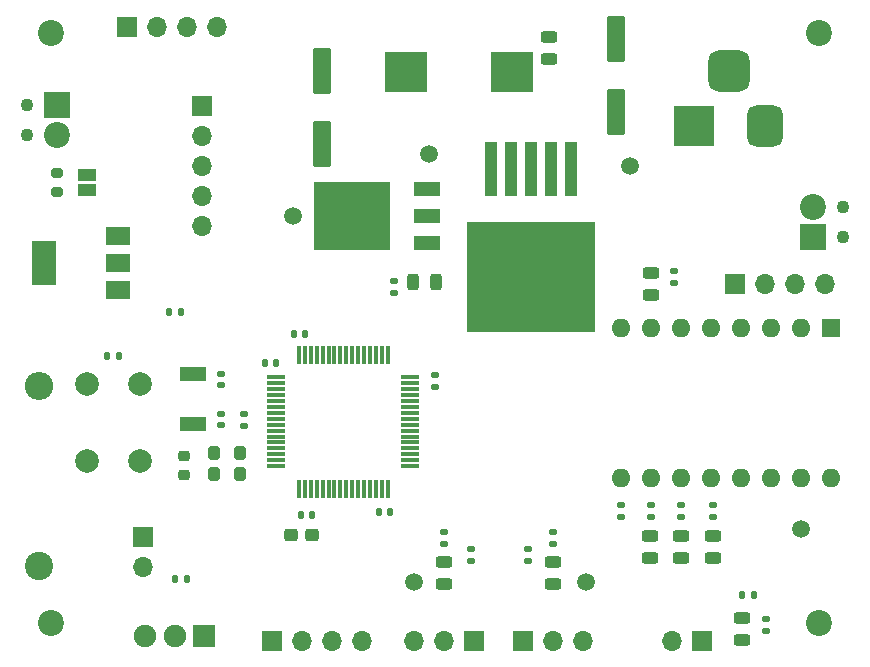
<source format=gbr>
%TF.GenerationSoftware,KiCad,Pcbnew,6.0.10-86aedd382b~118~ubuntu22.10.1*%
%TF.CreationDate,2023-02-13T13:29:29-05:00*%
%TF.ProjectId,WerfenMc_power_edit,57657266-656e-44d6-935f-706f7765725f,rev?*%
%TF.SameCoordinates,Original*%
%TF.FileFunction,Soldermask,Top*%
%TF.FilePolarity,Negative*%
%FSLAX46Y46*%
G04 Gerber Fmt 4.6, Leading zero omitted, Abs format (unit mm)*
G04 Created by KiCad (PCBNEW 6.0.10-86aedd382b~118~ubuntu22.10.1) date 2023-02-13 13:29:29*
%MOMM*%
%LPD*%
G01*
G04 APERTURE LIST*
G04 Aperture macros list*
%AMRoundRect*
0 Rectangle with rounded corners*
0 $1 Rounding radius*
0 $2 $3 $4 $5 $6 $7 $8 $9 X,Y pos of 4 corners*
0 Add a 4 corners polygon primitive as box body*
4,1,4,$2,$3,$4,$5,$6,$7,$8,$9,$2,$3,0*
0 Add four circle primitives for the rounded corners*
1,1,$1+$1,$2,$3*
1,1,$1+$1,$4,$5*
1,1,$1+$1,$6,$7*
1,1,$1+$1,$8,$9*
0 Add four rect primitives between the rounded corners*
20,1,$1+$1,$2,$3,$4,$5,0*
20,1,$1+$1,$4,$5,$6,$7,0*
20,1,$1+$1,$6,$7,$8,$9,0*
20,1,$1+$1,$8,$9,$2,$3,0*%
G04 Aperture macros list end*
%ADD10R,3.556000X3.505200*%
%ADD11RoundRect,0.135000X-0.185000X0.135000X-0.185000X-0.135000X0.185000X-0.135000X0.185000X0.135000X0*%
%ADD12RoundRect,0.250000X0.275000X-0.312500X0.275000X0.312500X-0.275000X0.312500X-0.275000X-0.312500X0*%
%ADD13C,1.500000*%
%ADD14RoundRect,0.135000X0.185000X-0.135000X0.185000X0.135000X-0.185000X0.135000X-0.185000X-0.135000X0*%
%ADD15R,1.700000X1.700000*%
%ADD16O,1.700000X1.700000*%
%ADD17RoundRect,0.243750X0.456250X-0.243750X0.456250X0.243750X-0.456250X0.243750X-0.456250X-0.243750X0*%
%ADD18C,1.100000*%
%ADD19R,2.200000X2.200000*%
%ADD20C,2.200000*%
%ADD21RoundRect,0.243750X-0.456250X0.243750X-0.456250X-0.243750X0.456250X-0.243750X0.456250X0.243750X0*%
%ADD22RoundRect,0.140000X0.140000X0.170000X-0.140000X0.170000X-0.140000X-0.170000X0.140000X-0.170000X0*%
%ADD23R,2.000000X1.500000*%
%ADD24R,2.000000X3.800000*%
%ADD25RoundRect,0.075000X-0.700000X-0.075000X0.700000X-0.075000X0.700000X0.075000X-0.700000X0.075000X0*%
%ADD26RoundRect,0.075000X-0.075000X-0.700000X0.075000X-0.700000X0.075000X0.700000X-0.075000X0.700000X0*%
%ADD27RoundRect,0.140000X-0.170000X0.140000X-0.170000X-0.140000X0.170000X-0.140000X0.170000X0.140000X0*%
%ADD28RoundRect,0.250000X0.312500X0.275000X-0.312500X0.275000X-0.312500X-0.275000X0.312500X-0.275000X0*%
%ADD29RoundRect,0.135000X-0.135000X-0.185000X0.135000X-0.185000X0.135000X0.185000X-0.135000X0.185000X0*%
%ADD30C,2.400000*%
%ADD31O,2.400000X2.400000*%
%ADD32RoundRect,0.218750X-0.256250X0.218750X-0.256250X-0.218750X0.256250X-0.218750X0.256250X0.218750X0*%
%ADD33RoundRect,0.243750X0.243750X0.456250X-0.243750X0.456250X-0.243750X-0.456250X0.243750X-0.456250X0*%
%ADD34RoundRect,0.135000X0.135000X0.185000X-0.135000X0.185000X-0.135000X-0.185000X0.135000X-0.185000X0*%
%ADD35R,1.100000X4.600000*%
%ADD36R,10.800000X9.400000*%
%ADD37R,2.200000X1.200000*%
%ADD38R,6.400000X5.800000*%
%ADD39RoundRect,0.250000X0.550000X-1.712500X0.550000X1.712500X-0.550000X1.712500X-0.550000X-1.712500X0*%
%ADD40R,1.600000X1.600000*%
%ADD41O,1.600000X1.600000*%
%ADD42RoundRect,0.250000X-0.550000X1.712500X-0.550000X-1.712500X0.550000X-1.712500X0.550000X1.712500X0*%
%ADD43RoundRect,0.140000X0.170000X-0.140000X0.170000X0.140000X-0.170000X0.140000X-0.170000X-0.140000X0*%
%ADD44R,3.500000X3.500000*%
%ADD45RoundRect,0.750000X0.750000X1.000000X-0.750000X1.000000X-0.750000X-1.000000X0.750000X-1.000000X0*%
%ADD46RoundRect,0.875000X0.875000X0.875000X-0.875000X0.875000X-0.875000X-0.875000X0.875000X-0.875000X0*%
%ADD47R,2.200000X1.300000*%
%ADD48R,1.900000X1.900000*%
%ADD49C,1.900000*%
%ADD50RoundRect,0.200000X-0.275000X0.200000X-0.275000X-0.200000X0.275000X-0.200000X0.275000X0.200000X0*%
%ADD51C,2.000000*%
%ADD52RoundRect,0.140000X-0.140000X-0.170000X0.140000X-0.170000X0.140000X0.170000X-0.140000X0.170000X0*%
%ADD53R,1.500000X1.000000*%
G04 APERTURE END LIST*
D10*
%TO.C,L1*%
X66025000Y-32800000D03*
X74975000Y-32800000D03*
%TD*%
D11*
%TO.C,R5*%
X92000000Y-69490000D03*
X92000000Y-70510000D03*
%TD*%
D12*
%TO.C,C2*%
X49750000Y-66887500D03*
X49750000Y-65112500D03*
%TD*%
D13*
%TO.C,TP8*%
X67950000Y-39800000D03*
%TD*%
D14*
%TO.C,R8*%
X84250000Y-70510000D03*
X84250000Y-69490000D03*
%TD*%
%TO.C,R10*%
X96500000Y-80113641D03*
X96500000Y-79093641D03*
%TD*%
D15*
%TO.C,S2*%
X75975000Y-81000000D03*
D16*
X78515000Y-81000000D03*
X81055000Y-81000000D03*
%TD*%
D15*
%TO.C,J1*%
X93900000Y-50800000D03*
D16*
X96440000Y-50800000D03*
X98980000Y-50800000D03*
X101520000Y-50800000D03*
%TD*%
D17*
%TO.C,D2*%
X89300000Y-73937500D03*
X89300000Y-72062500D03*
%TD*%
D18*
%TO.C,D9*%
X33960000Y-35600000D03*
X33960000Y-38140000D03*
D19*
X36500000Y-35600000D03*
D20*
X36500000Y-38140000D03*
%TD*%
D15*
%TO.C,Q1*%
X43776453Y-72206402D03*
D16*
X43776453Y-74746402D03*
%TD*%
D13*
%TO.C,TP1*%
X99500000Y-71500000D03*
%TD*%
D21*
%TO.C,D5*%
X94500000Y-79062500D03*
X94500000Y-80937500D03*
%TD*%
D22*
%TO.C,C16*%
X55030000Y-57450000D03*
X54070000Y-57450000D03*
%TD*%
D20*
%TO.C,H2*%
X101000000Y-79500000D03*
%TD*%
D23*
%TO.C,Q2*%
X41650000Y-51300000D03*
X41650000Y-49000000D03*
X41650000Y-46700000D03*
D24*
X35350000Y-49000000D03*
%TD*%
D25*
%TO.C,U1*%
X55045200Y-58683200D03*
X55045200Y-59183200D03*
X55045200Y-59683200D03*
X55045200Y-60183200D03*
X55045200Y-60683200D03*
X55045200Y-61183200D03*
X55045200Y-61683200D03*
X55045200Y-62183200D03*
X55045200Y-62683200D03*
X55045200Y-63183200D03*
X55045200Y-63683200D03*
X55045200Y-64183200D03*
X55045200Y-64683200D03*
X55045200Y-65183200D03*
X55045200Y-65683200D03*
X55045200Y-66183200D03*
D26*
X56970200Y-68108200D03*
X57470200Y-68108200D03*
X57970200Y-68108200D03*
X58470200Y-68108200D03*
X58970200Y-68108200D03*
X59470200Y-68108200D03*
X59970200Y-68108200D03*
X60470200Y-68108200D03*
X60970200Y-68108200D03*
X61470200Y-68108200D03*
X61970200Y-68108200D03*
X62470200Y-68108200D03*
X62970200Y-68108200D03*
X63470200Y-68108200D03*
X63970200Y-68108200D03*
X64470200Y-68108200D03*
D25*
X66395200Y-66183200D03*
X66395200Y-65683200D03*
X66395200Y-65183200D03*
X66395200Y-64683200D03*
X66395200Y-64183200D03*
X66395200Y-63683200D03*
X66395200Y-63183200D03*
X66395200Y-62683200D03*
X66395200Y-62183200D03*
X66395200Y-61683200D03*
X66395200Y-61183200D03*
X66395200Y-60683200D03*
X66395200Y-60183200D03*
X66395200Y-59683200D03*
X66395200Y-59183200D03*
X66395200Y-58683200D03*
D26*
X64470200Y-56758200D03*
X63970200Y-56758200D03*
X63470200Y-56758200D03*
X62970200Y-56758200D03*
X62470200Y-56758200D03*
X61970200Y-56758200D03*
X61470200Y-56758200D03*
X60970200Y-56758200D03*
X60470200Y-56758200D03*
X59970200Y-56758200D03*
X59470200Y-56758200D03*
X58970200Y-56758200D03*
X58470200Y-56758200D03*
X57970200Y-56758200D03*
X57470200Y-56758200D03*
X56970200Y-56758200D03*
%TD*%
D17*
%TO.C,D8*%
X78100000Y-31750000D03*
X78100000Y-29875000D03*
%TD*%
D27*
%TO.C,C10*%
X50350000Y-61750000D03*
X50350000Y-62710000D03*
%TD*%
D14*
%TO.C,R17*%
X88750000Y-50702718D03*
X88750000Y-49682718D03*
%TD*%
D12*
%TO.C,C1*%
X52000000Y-66887500D03*
X52000000Y-65112500D03*
%TD*%
D11*
%TO.C,R3*%
X86750000Y-69490000D03*
X86750000Y-70510000D03*
%TD*%
D18*
%TO.C,J6*%
X103000000Y-44230000D03*
X103000000Y-46770000D03*
D19*
X100460000Y-46770000D03*
D20*
X100460000Y-44230000D03*
%TD*%
D17*
%TO.C,D1*%
X86700000Y-73937500D03*
X86700000Y-72062500D03*
%TD*%
D28*
%TO.C,C3*%
X58087500Y-72050000D03*
X56312500Y-72050000D03*
%TD*%
D29*
%TO.C,R2*%
X46490000Y-75750000D03*
X47510000Y-75750000D03*
%TD*%
D30*
%TO.C,R1*%
X35000000Y-74620000D03*
D31*
X35000000Y-59380000D03*
%TD*%
D15*
%TO.C,J5*%
X42400000Y-29000000D03*
D16*
X44940000Y-29000000D03*
X47480000Y-29000000D03*
X50020000Y-29000000D03*
%TD*%
D20*
%TO.C,H4*%
X36000000Y-79500000D03*
%TD*%
D32*
%TO.C,FB1*%
X47250000Y-65325000D03*
X47250000Y-66900000D03*
%TD*%
D15*
%TO.C,J4*%
X54650000Y-81000000D03*
D16*
X57190000Y-81000000D03*
X59730000Y-81000000D03*
X62270000Y-81000000D03*
%TD*%
D13*
%TO.C,TP5*%
X81250000Y-76000000D03*
%TD*%
D33*
%TO.C,D4*%
X68537500Y-50600000D03*
X66662500Y-50600000D03*
%TD*%
D21*
%TO.C,D7*%
X69250000Y-74312500D03*
X69250000Y-76187500D03*
%TD*%
D34*
%TO.C,R15*%
X47010000Y-53120000D03*
X45990000Y-53120000D03*
%TD*%
D20*
%TO.C,H3*%
X36000000Y-29500000D03*
%TD*%
D13*
%TO.C,TP3*%
X85000000Y-40800000D03*
%TD*%
D35*
%TO.C,U2*%
X80000000Y-41025000D03*
X78300000Y-41025000D03*
X76600000Y-41025000D03*
D36*
X76600000Y-50175000D03*
D35*
X74900000Y-41025000D03*
X73200000Y-41025000D03*
%TD*%
D13*
%TO.C,TP6*%
X66750000Y-76000000D03*
%TD*%
%TO.C,TP2*%
X56500000Y-45000000D03*
%TD*%
D37*
%TO.C,U3*%
X67800000Y-47280000D03*
D38*
X61500000Y-45000000D03*
D37*
X67800000Y-45000000D03*
X67800000Y-42720000D03*
%TD*%
D39*
%TO.C,C14*%
X83800000Y-36200000D03*
X83800000Y-30025000D03*
%TD*%
D27*
%TO.C,C7*%
X68514000Y-58498800D03*
X68514000Y-59458800D03*
%TD*%
D40*
%TO.C,A1*%
X102000000Y-54500000D03*
D41*
X99460000Y-54500000D03*
X96920000Y-54500000D03*
X94380000Y-54500000D03*
X91840000Y-54500000D03*
X89300000Y-54500000D03*
X86760000Y-54500000D03*
X84220000Y-54500000D03*
X84220000Y-67200000D03*
X86760000Y-67200000D03*
X89300000Y-67200000D03*
X91840000Y-67200000D03*
X94380000Y-67200000D03*
X96920000Y-67200000D03*
X99460000Y-67200000D03*
X102000000Y-67200000D03*
%TD*%
D22*
%TO.C,C8*%
X41710000Y-56860000D03*
X40750000Y-56860000D03*
%TD*%
D42*
%TO.C,C15*%
X58900000Y-32712500D03*
X58900000Y-38887500D03*
%TD*%
D43*
%TO.C,C9*%
X50350000Y-59360000D03*
X50350000Y-58400000D03*
%TD*%
D17*
%TO.C,D3*%
X92000000Y-73937500D03*
X92000000Y-72062500D03*
%TD*%
D22*
%TO.C,C4*%
X58080000Y-70300000D03*
X57120000Y-70300000D03*
%TD*%
D15*
%TO.C,S3*%
X71750000Y-81000000D03*
D16*
X69210000Y-81000000D03*
X66670000Y-81000000D03*
%TD*%
D44*
%TO.C,J3*%
X90400000Y-37400000D03*
D45*
X96400000Y-37400000D03*
D46*
X93400000Y-32700000D03*
%TD*%
D11*
%TO.C,R4*%
X89300000Y-69490000D03*
X89300000Y-70510000D03*
%TD*%
D22*
%TO.C,C6*%
X64680000Y-70100000D03*
X63720000Y-70100000D03*
%TD*%
D17*
%TO.C,D10*%
X86750000Y-51687500D03*
X86750000Y-49812500D03*
%TD*%
D20*
%TO.C,H1*%
X101000000Y-29500000D03*
%TD*%
D14*
%TO.C,R12*%
X78500000Y-72760000D03*
X78500000Y-71740000D03*
%TD*%
D15*
%TO.C,J2*%
X48750000Y-35675000D03*
D16*
X48750000Y-38215000D03*
X48750000Y-40755000D03*
X48750000Y-43295000D03*
X48750000Y-45835000D03*
%TD*%
D14*
%TO.C,R13*%
X71500000Y-74260000D03*
X71500000Y-73240000D03*
%TD*%
D47*
%TO.C,HSE1*%
X48000000Y-62600000D03*
X48000000Y-58400000D03*
%TD*%
D21*
%TO.C,D6*%
X78500000Y-74312500D03*
X78500000Y-76187500D03*
%TD*%
D29*
%TO.C,R11*%
X94465000Y-77120000D03*
X95485000Y-77120000D03*
%TD*%
D11*
%TO.C,R7*%
X52300000Y-61740000D03*
X52300000Y-62760000D03*
%TD*%
D48*
%TO.C,S1*%
X48950000Y-80530000D03*
D49*
X46450000Y-80530000D03*
X43950000Y-80530000D03*
%TD*%
D50*
%TO.C,R16*%
X36500000Y-41350000D03*
X36500000Y-43000000D03*
%TD*%
D51*
%TO.C,SW1*%
X39000000Y-65760000D03*
X39000000Y-59260000D03*
X43500000Y-65760000D03*
X43500000Y-59260000D03*
%TD*%
D52*
%TO.C,C5*%
X56520000Y-55000000D03*
X57480000Y-55000000D03*
%TD*%
D14*
%TO.C,R14*%
X69250000Y-72770000D03*
X69250000Y-71750000D03*
%TD*%
%TO.C,R9*%
X76370000Y-74260000D03*
X76370000Y-73240000D03*
%TD*%
D15*
%TO.C,SW2*%
X91100000Y-81000000D03*
D16*
X88560000Y-81000000D03*
%TD*%
D14*
%TO.C,R6*%
X65000000Y-51510000D03*
X65000000Y-50490000D03*
%TD*%
D53*
%TO.C,JP1*%
X39000000Y-42825000D03*
X39000000Y-41525000D03*
%TD*%
M02*

</source>
